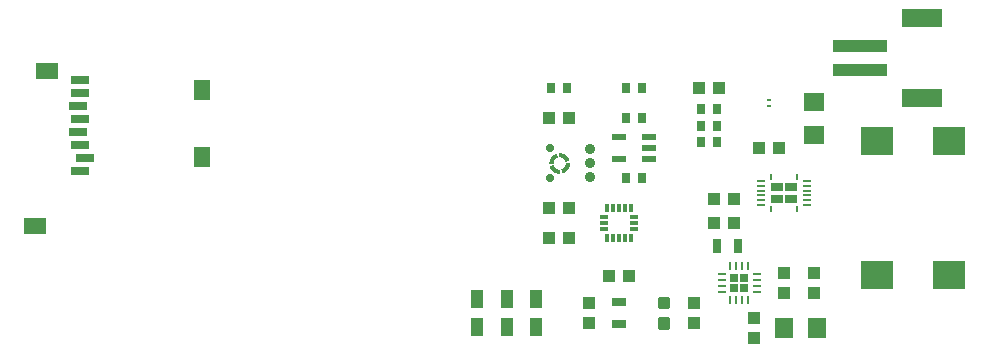
<source format=gtp>
G75*
%MOIN*%
%OFA0B0*%
%FSLAX25Y25*%
%IPPOS*%
%LPD*%
%AMOC8*
5,1,8,0,0,1.08239X$1,22.5*
%
%ADD10R,0.04724X0.02165*%
%ADD11R,0.02756X0.03543*%
%ADD12R,0.18110X0.03937*%
%ADD13R,0.13386X0.06299*%
%ADD14R,0.03937X0.03150*%
%ADD15R,0.00984X0.02067*%
%ADD16R,0.03150X0.00787*%
%ADD17R,0.07087X0.06299*%
%ADD18R,0.04331X0.03937*%
%ADD19R,0.00906X0.03150*%
%ADD20R,0.03150X0.00906*%
%ADD21R,0.02756X0.02756*%
%ADD22R,0.03937X0.04331*%
%ADD23C,0.01181*%
%ADD24R,0.04724X0.03150*%
%ADD25R,0.06299X0.07087*%
%ADD26R,0.03150X0.04724*%
%ADD27R,0.05906X0.03150*%
%ADD28R,0.07480X0.05512*%
%ADD29R,0.05512X0.07087*%
%ADD30C,0.02756*%
%ADD31C,0.03543*%
%ADD32C,0.00114*%
%ADD33R,0.03150X0.01181*%
%ADD34R,0.01181X0.03150*%
%ADD35R,0.01693X0.01102*%
%ADD36R,0.03937X0.06299*%
%ADD37R,0.11024X0.09449*%
D10*
X0221381Y0072760D03*
X0231619Y0072760D03*
X0231619Y0076500D03*
X0231619Y0080240D03*
X0221381Y0080240D03*
D11*
X0223941Y0086500D03*
X0229059Y0086500D03*
X0248941Y0084000D03*
X0254059Y0084000D03*
X0254059Y0078500D03*
X0248941Y0078500D03*
X0248941Y0089500D03*
X0254059Y0089500D03*
X0229059Y0096500D03*
X0223941Y0096500D03*
X0204059Y0096500D03*
X0198941Y0096500D03*
X0223941Y0066500D03*
X0229059Y0066500D03*
D12*
X0301933Y0102563D03*
X0301933Y0110437D03*
D13*
X0322406Y0119886D03*
X0322406Y0093114D03*
D14*
X0278862Y0063469D03*
X0274138Y0063469D03*
X0274138Y0059531D03*
X0278862Y0059531D03*
D15*
X0280831Y0056136D03*
X0272169Y0056136D03*
X0272169Y0066864D03*
X0280831Y0066864D03*
D16*
X0284276Y0065437D03*
X0284276Y0063862D03*
X0284276Y0062287D03*
X0284276Y0060713D03*
X0284276Y0059138D03*
X0284276Y0059138D03*
X0284276Y0057563D03*
X0268724Y0057563D03*
X0268724Y0059138D03*
X0268724Y0060713D03*
X0268724Y0062287D03*
X0268724Y0063862D03*
X0268724Y0065437D03*
D17*
X0286500Y0080988D03*
X0286500Y0092012D03*
D18*
X0254846Y0096500D03*
X0248154Y0096500D03*
X0204846Y0086500D03*
X0198154Y0086500D03*
X0253154Y0059500D03*
X0259846Y0059500D03*
X0259846Y0051500D03*
X0253154Y0051500D03*
X0224846Y0034000D03*
X0218154Y0034000D03*
X0204846Y0046500D03*
X0198154Y0046500D03*
X0198154Y0056500D03*
X0204846Y0056500D03*
X0268154Y0076500D03*
X0274846Y0076500D03*
D19*
X0264453Y0037307D03*
X0262484Y0037307D03*
X0260516Y0037307D03*
X0258547Y0037307D03*
X0258547Y0025693D03*
X0260516Y0025693D03*
X0262484Y0025693D03*
X0264453Y0025693D03*
D20*
X0267307Y0028547D03*
X0267307Y0030516D03*
X0267307Y0032484D03*
X0267307Y0034453D03*
X0255693Y0034453D03*
X0255693Y0032484D03*
X0255693Y0030516D03*
X0255693Y0028547D03*
D21*
X0259728Y0029728D03*
X0263272Y0029728D03*
X0263272Y0033272D03*
X0259728Y0033272D03*
D22*
X0246500Y0024846D03*
X0246500Y0018154D03*
X0266500Y0019846D03*
X0266500Y0013154D03*
X0276500Y0028154D03*
X0286500Y0028154D03*
X0286500Y0034846D03*
X0276500Y0034846D03*
X0211500Y0024846D03*
X0211500Y0018154D03*
D23*
X0235122Y0016669D02*
X0237878Y0016669D01*
X0235122Y0016669D02*
X0235122Y0019425D01*
X0237878Y0019425D01*
X0237878Y0016669D01*
X0237878Y0017849D02*
X0235122Y0017849D01*
X0235122Y0019029D02*
X0237878Y0019029D01*
X0237878Y0023575D02*
X0235122Y0023575D01*
X0235122Y0026331D01*
X0237878Y0026331D01*
X0237878Y0023575D01*
X0237878Y0024755D02*
X0235122Y0024755D01*
X0235122Y0025935D02*
X0237878Y0025935D01*
D24*
X0221500Y0025043D03*
X0221500Y0017957D03*
D25*
X0276488Y0016500D03*
X0287512Y0016500D03*
D26*
X0261043Y0044000D03*
X0253957Y0044000D03*
D27*
X0043449Y0073134D03*
X0041874Y0077465D03*
X0041087Y0081795D03*
X0041874Y0086126D03*
X0041087Y0090457D03*
X0041874Y0094787D03*
X0041874Y0099118D03*
X0041874Y0068803D03*
D28*
X0026717Y0050457D03*
X0030654Y0102228D03*
D29*
X0082425Y0095929D03*
X0082425Y0073488D03*
D30*
X0198390Y0076500D03*
X0198390Y0066500D03*
D31*
X0211815Y0066776D03*
X0211815Y0071500D03*
X0211815Y0076224D03*
D32*
X0204525Y0072669D02*
X0203555Y0072326D01*
X0203556Y0072327D02*
X0203521Y0072413D01*
X0203482Y0072497D01*
X0203440Y0072580D01*
X0203395Y0072661D01*
X0203346Y0072739D01*
X0203294Y0072816D01*
X0203238Y0072890D01*
X0203180Y0072962D01*
X0203119Y0073032D01*
X0203054Y0073099D01*
X0202987Y0073163D01*
X0202918Y0073224D01*
X0202846Y0073282D01*
X0202771Y0073337D01*
X0202694Y0073389D01*
X0202615Y0073438D01*
X0202534Y0073483D01*
X0202452Y0073525D01*
X0202367Y0073564D01*
X0202281Y0073598D01*
X0202194Y0073629D01*
X0202105Y0073657D01*
X0202016Y0073680D01*
X0201925Y0073700D01*
X0201834Y0073716D01*
X0201742Y0073729D01*
X0201650Y0073737D01*
X0201557Y0073741D01*
X0201557Y0074769D01*
X0201558Y0074769D01*
X0201668Y0074766D01*
X0201778Y0074758D01*
X0201888Y0074747D01*
X0201997Y0074731D01*
X0202106Y0074713D01*
X0202214Y0074690D01*
X0202321Y0074664D01*
X0202427Y0074634D01*
X0202532Y0074600D01*
X0202636Y0074563D01*
X0202739Y0074523D01*
X0202840Y0074479D01*
X0202939Y0074431D01*
X0203037Y0074380D01*
X0203133Y0074326D01*
X0203227Y0074269D01*
X0203320Y0074208D01*
X0203410Y0074144D01*
X0203497Y0074078D01*
X0203583Y0074008D01*
X0203666Y0073935D01*
X0203747Y0073860D01*
X0203824Y0073782D01*
X0203900Y0073701D01*
X0203972Y0073618D01*
X0204042Y0073532D01*
X0204108Y0073444D01*
X0204172Y0073354D01*
X0204232Y0073262D01*
X0204289Y0073167D01*
X0204343Y0073071D01*
X0204394Y0072973D01*
X0204441Y0072873D01*
X0204485Y0072772D01*
X0204525Y0072669D01*
X0204424Y0072634D01*
X0204384Y0072736D01*
X0204340Y0072836D01*
X0204293Y0072935D01*
X0204242Y0073033D01*
X0204188Y0073128D01*
X0204131Y0073222D01*
X0204070Y0073313D01*
X0204006Y0073402D01*
X0203939Y0073489D01*
X0203869Y0073573D01*
X0203796Y0073655D01*
X0203721Y0073735D01*
X0203642Y0073811D01*
X0203561Y0073885D01*
X0203478Y0073956D01*
X0203391Y0074024D01*
X0203303Y0074089D01*
X0203212Y0074151D01*
X0203120Y0074210D01*
X0203025Y0074265D01*
X0202928Y0074317D01*
X0202830Y0074365D01*
X0202730Y0074410D01*
X0202628Y0074452D01*
X0202525Y0074490D01*
X0202421Y0074524D01*
X0202316Y0074554D01*
X0202209Y0074581D01*
X0202102Y0074604D01*
X0201994Y0074623D01*
X0201886Y0074639D01*
X0201777Y0074651D01*
X0201667Y0074658D01*
X0201558Y0074662D01*
X0201558Y0074555D01*
X0201667Y0074551D01*
X0201775Y0074543D01*
X0201884Y0074531D01*
X0201991Y0074516D01*
X0202099Y0074496D01*
X0202205Y0074472D01*
X0202311Y0074445D01*
X0202415Y0074414D01*
X0202518Y0074379D01*
X0202620Y0074340D01*
X0202721Y0074297D01*
X0202820Y0074252D01*
X0202917Y0074202D01*
X0203012Y0074149D01*
X0203105Y0074093D01*
X0203196Y0074033D01*
X0203285Y0073970D01*
X0203372Y0073904D01*
X0203456Y0073835D01*
X0203538Y0073762D01*
X0203617Y0073687D01*
X0203693Y0073609D01*
X0203767Y0073529D01*
X0203837Y0073445D01*
X0203904Y0073360D01*
X0203968Y0073272D01*
X0204029Y0073181D01*
X0204087Y0073089D01*
X0204141Y0072994D01*
X0204192Y0072898D01*
X0204239Y0072799D01*
X0204283Y0072700D01*
X0204323Y0072598D01*
X0204222Y0072563D01*
X0204184Y0072660D01*
X0204142Y0072756D01*
X0204096Y0072851D01*
X0204047Y0072944D01*
X0203995Y0073035D01*
X0203939Y0073124D01*
X0203880Y0073211D01*
X0203818Y0073296D01*
X0203753Y0073378D01*
X0203686Y0073459D01*
X0203615Y0073536D01*
X0203541Y0073611D01*
X0203465Y0073684D01*
X0203387Y0073753D01*
X0203306Y0073820D01*
X0203222Y0073884D01*
X0203136Y0073944D01*
X0203048Y0074002D01*
X0202959Y0074056D01*
X0202867Y0074107D01*
X0202773Y0074155D01*
X0202678Y0074199D01*
X0202581Y0074240D01*
X0202483Y0074278D01*
X0202384Y0074311D01*
X0202283Y0074341D01*
X0202181Y0074368D01*
X0202079Y0074391D01*
X0201975Y0074410D01*
X0201872Y0074425D01*
X0201767Y0074437D01*
X0201662Y0074444D01*
X0201558Y0074448D01*
X0201557Y0074341D01*
X0201662Y0074337D01*
X0201765Y0074329D01*
X0201869Y0074317D01*
X0201972Y0074302D01*
X0202074Y0074282D01*
X0202176Y0074259D01*
X0202277Y0074232D01*
X0202376Y0074201D01*
X0202474Y0074167D01*
X0202571Y0074129D01*
X0202667Y0074087D01*
X0202761Y0074042D01*
X0202853Y0073993D01*
X0202943Y0073941D01*
X0203031Y0073886D01*
X0203118Y0073827D01*
X0203202Y0073765D01*
X0203283Y0073701D01*
X0203362Y0073633D01*
X0203439Y0073562D01*
X0203513Y0073489D01*
X0203584Y0073412D01*
X0203652Y0073334D01*
X0203717Y0073252D01*
X0203779Y0073169D01*
X0203838Y0073083D01*
X0203894Y0072995D01*
X0203946Y0072905D01*
X0203995Y0072813D01*
X0204041Y0072719D01*
X0204083Y0072624D01*
X0204121Y0072527D01*
X0204021Y0072491D01*
X0203983Y0072584D01*
X0203943Y0072676D01*
X0203899Y0072766D01*
X0203852Y0072854D01*
X0203802Y0072940D01*
X0203748Y0073025D01*
X0203691Y0073107D01*
X0203632Y0073188D01*
X0203569Y0073266D01*
X0203503Y0073341D01*
X0203435Y0073415D01*
X0203364Y0073485D01*
X0203291Y0073553D01*
X0203215Y0073618D01*
X0203136Y0073681D01*
X0203056Y0073740D01*
X0202973Y0073796D01*
X0202888Y0073849D01*
X0202802Y0073899D01*
X0202713Y0073946D01*
X0202623Y0073989D01*
X0202531Y0074029D01*
X0202438Y0074066D01*
X0202344Y0074099D01*
X0202248Y0074129D01*
X0202151Y0074155D01*
X0202054Y0074177D01*
X0201956Y0074196D01*
X0201857Y0074211D01*
X0201757Y0074223D01*
X0201657Y0074230D01*
X0201557Y0074234D01*
X0201557Y0074127D01*
X0201656Y0074123D01*
X0201755Y0074115D01*
X0201853Y0074104D01*
X0201951Y0074088D01*
X0202048Y0074069D01*
X0202145Y0074046D01*
X0202240Y0074020D01*
X0202335Y0073989D01*
X0202428Y0073956D01*
X0202520Y0073918D01*
X0202610Y0073877D01*
X0202698Y0073833D01*
X0202785Y0073786D01*
X0202870Y0073735D01*
X0202953Y0073681D01*
X0203034Y0073624D01*
X0203113Y0073563D01*
X0203189Y0073500D01*
X0203263Y0073434D01*
X0203334Y0073365D01*
X0203402Y0073293D01*
X0203468Y0073219D01*
X0203531Y0073143D01*
X0203591Y0073064D01*
X0203648Y0072983D01*
X0203701Y0072899D01*
X0203752Y0072814D01*
X0203799Y0072727D01*
X0203843Y0072638D01*
X0203883Y0072548D01*
X0203920Y0072456D01*
X0203819Y0072420D01*
X0203782Y0072511D01*
X0203742Y0072600D01*
X0203698Y0072688D01*
X0203651Y0072774D01*
X0203601Y0072858D01*
X0203547Y0072940D01*
X0203490Y0073020D01*
X0203431Y0073097D01*
X0203368Y0073172D01*
X0203302Y0073245D01*
X0203233Y0073314D01*
X0203162Y0073382D01*
X0203088Y0073446D01*
X0203011Y0073507D01*
X0202932Y0073565D01*
X0202851Y0073620D01*
X0202768Y0073672D01*
X0202683Y0073720D01*
X0202596Y0073765D01*
X0202507Y0073807D01*
X0202417Y0073845D01*
X0202325Y0073879D01*
X0202232Y0073910D01*
X0202138Y0073937D01*
X0202043Y0073961D01*
X0201947Y0073980D01*
X0201850Y0073996D01*
X0201753Y0074008D01*
X0201655Y0074016D01*
X0201557Y0074020D01*
X0201557Y0073913D01*
X0201654Y0073909D01*
X0201750Y0073901D01*
X0201846Y0073888D01*
X0201942Y0073872D01*
X0202037Y0073852D01*
X0202130Y0073828D01*
X0202223Y0073801D01*
X0202315Y0073769D01*
X0202405Y0073734D01*
X0202494Y0073696D01*
X0202581Y0073653D01*
X0202666Y0073607D01*
X0202749Y0073558D01*
X0202831Y0073505D01*
X0202910Y0073449D01*
X0202986Y0073390D01*
X0203060Y0073328D01*
X0203132Y0073263D01*
X0203201Y0073195D01*
X0203267Y0073124D01*
X0203330Y0073051D01*
X0203390Y0072975D01*
X0203447Y0072897D01*
X0203501Y0072816D01*
X0203551Y0072733D01*
X0203598Y0072649D01*
X0203642Y0072562D01*
X0203682Y0072474D01*
X0203718Y0072384D01*
X0203617Y0072349D01*
X0203582Y0072434D01*
X0203544Y0072518D01*
X0203503Y0072601D01*
X0203458Y0072681D01*
X0203410Y0072760D01*
X0203359Y0072837D01*
X0203304Y0072911D01*
X0203247Y0072984D01*
X0203187Y0073054D01*
X0203124Y0073121D01*
X0203058Y0073186D01*
X0202990Y0073248D01*
X0202919Y0073307D01*
X0202846Y0073363D01*
X0202771Y0073417D01*
X0202693Y0073467D01*
X0202614Y0073514D01*
X0202533Y0073558D01*
X0202450Y0073598D01*
X0202365Y0073635D01*
X0202279Y0073669D01*
X0202192Y0073699D01*
X0202103Y0073725D01*
X0202014Y0073748D01*
X0201924Y0073767D01*
X0201833Y0073782D01*
X0201741Y0073794D01*
X0201649Y0073802D01*
X0201557Y0073806D01*
X0200370Y0074564D02*
X0200713Y0073594D01*
X0200712Y0073595D02*
X0200626Y0073560D01*
X0200542Y0073521D01*
X0200459Y0073479D01*
X0200378Y0073434D01*
X0200300Y0073385D01*
X0200223Y0073333D01*
X0200149Y0073277D01*
X0200077Y0073219D01*
X0200007Y0073158D01*
X0199940Y0073093D01*
X0199876Y0073026D01*
X0199815Y0072957D01*
X0199757Y0072885D01*
X0199702Y0072810D01*
X0199650Y0072733D01*
X0199601Y0072654D01*
X0199556Y0072573D01*
X0199514Y0072491D01*
X0199475Y0072406D01*
X0199441Y0072320D01*
X0199410Y0072233D01*
X0199382Y0072144D01*
X0199359Y0072055D01*
X0199339Y0071964D01*
X0199323Y0071873D01*
X0199310Y0071781D01*
X0199302Y0071689D01*
X0199298Y0071596D01*
X0198270Y0071596D01*
X0198270Y0071597D01*
X0198273Y0071707D01*
X0198281Y0071817D01*
X0198292Y0071927D01*
X0198308Y0072036D01*
X0198326Y0072145D01*
X0198349Y0072253D01*
X0198375Y0072360D01*
X0198405Y0072466D01*
X0198439Y0072571D01*
X0198476Y0072675D01*
X0198516Y0072778D01*
X0198560Y0072879D01*
X0198608Y0072978D01*
X0198659Y0073076D01*
X0198713Y0073172D01*
X0198770Y0073266D01*
X0198831Y0073359D01*
X0198895Y0073449D01*
X0198961Y0073536D01*
X0199031Y0073622D01*
X0199104Y0073705D01*
X0199179Y0073786D01*
X0199257Y0073863D01*
X0199338Y0073939D01*
X0199421Y0074011D01*
X0199507Y0074081D01*
X0199595Y0074147D01*
X0199685Y0074211D01*
X0199777Y0074271D01*
X0199872Y0074328D01*
X0199968Y0074382D01*
X0200066Y0074433D01*
X0200166Y0074480D01*
X0200267Y0074524D01*
X0200370Y0074564D01*
X0200405Y0074463D01*
X0200303Y0074423D01*
X0200203Y0074379D01*
X0200104Y0074332D01*
X0200006Y0074281D01*
X0199911Y0074227D01*
X0199817Y0074170D01*
X0199726Y0074109D01*
X0199637Y0074045D01*
X0199550Y0073978D01*
X0199466Y0073908D01*
X0199384Y0073835D01*
X0199304Y0073760D01*
X0199228Y0073681D01*
X0199154Y0073600D01*
X0199083Y0073517D01*
X0199015Y0073430D01*
X0198950Y0073342D01*
X0198888Y0073251D01*
X0198829Y0073159D01*
X0198774Y0073064D01*
X0198722Y0072967D01*
X0198674Y0072869D01*
X0198629Y0072769D01*
X0198587Y0072667D01*
X0198549Y0072564D01*
X0198515Y0072460D01*
X0198485Y0072355D01*
X0198458Y0072248D01*
X0198435Y0072141D01*
X0198416Y0072033D01*
X0198400Y0071925D01*
X0198388Y0071816D01*
X0198381Y0071706D01*
X0198377Y0071597D01*
X0198484Y0071597D01*
X0198488Y0071706D01*
X0198496Y0071814D01*
X0198508Y0071923D01*
X0198523Y0072030D01*
X0198543Y0072138D01*
X0198567Y0072244D01*
X0198594Y0072350D01*
X0198625Y0072454D01*
X0198660Y0072557D01*
X0198699Y0072659D01*
X0198742Y0072760D01*
X0198787Y0072859D01*
X0198837Y0072956D01*
X0198890Y0073051D01*
X0198946Y0073144D01*
X0199006Y0073235D01*
X0199069Y0073324D01*
X0199135Y0073411D01*
X0199204Y0073495D01*
X0199277Y0073577D01*
X0199352Y0073656D01*
X0199430Y0073732D01*
X0199510Y0073806D01*
X0199594Y0073876D01*
X0199679Y0073943D01*
X0199767Y0074007D01*
X0199858Y0074068D01*
X0199950Y0074126D01*
X0200045Y0074180D01*
X0200141Y0074231D01*
X0200240Y0074278D01*
X0200339Y0074322D01*
X0200441Y0074362D01*
X0200476Y0074261D01*
X0200379Y0074223D01*
X0200283Y0074181D01*
X0200188Y0074135D01*
X0200095Y0074086D01*
X0200004Y0074034D01*
X0199915Y0073978D01*
X0199828Y0073919D01*
X0199743Y0073857D01*
X0199661Y0073792D01*
X0199580Y0073725D01*
X0199503Y0073654D01*
X0199428Y0073580D01*
X0199355Y0073504D01*
X0199286Y0073426D01*
X0199219Y0073345D01*
X0199155Y0073261D01*
X0199095Y0073175D01*
X0199037Y0073087D01*
X0198983Y0072998D01*
X0198932Y0072906D01*
X0198884Y0072812D01*
X0198840Y0072717D01*
X0198799Y0072620D01*
X0198761Y0072522D01*
X0198728Y0072423D01*
X0198698Y0072322D01*
X0198671Y0072220D01*
X0198648Y0072118D01*
X0198629Y0072014D01*
X0198614Y0071911D01*
X0198602Y0071806D01*
X0198595Y0071701D01*
X0198591Y0071597D01*
X0198698Y0071596D01*
X0198702Y0071701D01*
X0198710Y0071804D01*
X0198722Y0071908D01*
X0198737Y0072011D01*
X0198757Y0072113D01*
X0198780Y0072215D01*
X0198807Y0072316D01*
X0198838Y0072415D01*
X0198872Y0072513D01*
X0198910Y0072610D01*
X0198952Y0072706D01*
X0198997Y0072800D01*
X0199046Y0072892D01*
X0199098Y0072982D01*
X0199153Y0073070D01*
X0199212Y0073157D01*
X0199274Y0073241D01*
X0199338Y0073322D01*
X0199406Y0073401D01*
X0199477Y0073478D01*
X0199550Y0073552D01*
X0199627Y0073623D01*
X0199705Y0073691D01*
X0199787Y0073756D01*
X0199870Y0073818D01*
X0199956Y0073877D01*
X0200044Y0073933D01*
X0200134Y0073985D01*
X0200226Y0074034D01*
X0200320Y0074080D01*
X0200415Y0074122D01*
X0200512Y0074160D01*
X0200548Y0074060D01*
X0200455Y0074022D01*
X0200363Y0073982D01*
X0200273Y0073938D01*
X0200185Y0073891D01*
X0200099Y0073841D01*
X0200014Y0073787D01*
X0199932Y0073730D01*
X0199851Y0073671D01*
X0199773Y0073608D01*
X0199698Y0073542D01*
X0199624Y0073474D01*
X0199554Y0073403D01*
X0199486Y0073330D01*
X0199421Y0073254D01*
X0199358Y0073175D01*
X0199299Y0073095D01*
X0199243Y0073012D01*
X0199190Y0072927D01*
X0199140Y0072841D01*
X0199093Y0072752D01*
X0199050Y0072662D01*
X0199010Y0072570D01*
X0198973Y0072477D01*
X0198940Y0072383D01*
X0198910Y0072287D01*
X0198884Y0072190D01*
X0198862Y0072093D01*
X0198843Y0071995D01*
X0198828Y0071896D01*
X0198816Y0071796D01*
X0198809Y0071696D01*
X0198805Y0071596D01*
X0198912Y0071596D01*
X0198916Y0071695D01*
X0198924Y0071794D01*
X0198935Y0071892D01*
X0198951Y0071990D01*
X0198970Y0072087D01*
X0198993Y0072184D01*
X0199019Y0072279D01*
X0199050Y0072374D01*
X0199083Y0072467D01*
X0199121Y0072559D01*
X0199162Y0072649D01*
X0199206Y0072737D01*
X0199253Y0072824D01*
X0199304Y0072909D01*
X0199358Y0072992D01*
X0199415Y0073073D01*
X0199476Y0073152D01*
X0199539Y0073228D01*
X0199605Y0073302D01*
X0199674Y0073373D01*
X0199746Y0073441D01*
X0199820Y0073507D01*
X0199896Y0073570D01*
X0199975Y0073630D01*
X0200056Y0073687D01*
X0200140Y0073740D01*
X0200225Y0073791D01*
X0200312Y0073838D01*
X0200401Y0073882D01*
X0200491Y0073922D01*
X0200583Y0073959D01*
X0200619Y0073858D01*
X0200528Y0073821D01*
X0200439Y0073781D01*
X0200351Y0073737D01*
X0200265Y0073690D01*
X0200181Y0073640D01*
X0200099Y0073586D01*
X0200019Y0073529D01*
X0199942Y0073470D01*
X0199867Y0073407D01*
X0199794Y0073341D01*
X0199725Y0073272D01*
X0199657Y0073201D01*
X0199593Y0073127D01*
X0199532Y0073050D01*
X0199474Y0072971D01*
X0199419Y0072890D01*
X0199367Y0072807D01*
X0199319Y0072722D01*
X0199274Y0072635D01*
X0199232Y0072546D01*
X0199194Y0072456D01*
X0199160Y0072364D01*
X0199129Y0072271D01*
X0199102Y0072177D01*
X0199078Y0072082D01*
X0199059Y0071986D01*
X0199043Y0071889D01*
X0199031Y0071792D01*
X0199023Y0071694D01*
X0199019Y0071596D01*
X0199126Y0071596D01*
X0199130Y0071693D01*
X0199138Y0071789D01*
X0199151Y0071885D01*
X0199167Y0071981D01*
X0199187Y0072076D01*
X0199211Y0072169D01*
X0199238Y0072262D01*
X0199270Y0072354D01*
X0199305Y0072444D01*
X0199343Y0072533D01*
X0199386Y0072620D01*
X0199432Y0072705D01*
X0199481Y0072788D01*
X0199534Y0072870D01*
X0199590Y0072949D01*
X0199649Y0073025D01*
X0199711Y0073099D01*
X0199776Y0073171D01*
X0199844Y0073240D01*
X0199915Y0073306D01*
X0199988Y0073369D01*
X0200064Y0073429D01*
X0200142Y0073486D01*
X0200223Y0073540D01*
X0200306Y0073590D01*
X0200390Y0073637D01*
X0200477Y0073681D01*
X0200565Y0073721D01*
X0200655Y0073757D01*
X0200690Y0073656D01*
X0200605Y0073621D01*
X0200521Y0073583D01*
X0200438Y0073542D01*
X0200358Y0073497D01*
X0200279Y0073449D01*
X0200202Y0073398D01*
X0200128Y0073343D01*
X0200055Y0073286D01*
X0199985Y0073226D01*
X0199918Y0073163D01*
X0199853Y0073097D01*
X0199791Y0073029D01*
X0199732Y0072958D01*
X0199676Y0072885D01*
X0199622Y0072810D01*
X0199572Y0072732D01*
X0199525Y0072653D01*
X0199481Y0072572D01*
X0199441Y0072489D01*
X0199404Y0072404D01*
X0199370Y0072318D01*
X0199340Y0072231D01*
X0199314Y0072142D01*
X0199291Y0072053D01*
X0199272Y0071963D01*
X0199257Y0071872D01*
X0199245Y0071780D01*
X0199237Y0071688D01*
X0199233Y0071596D01*
X0198436Y0070370D02*
X0199406Y0070713D01*
X0199405Y0070712D02*
X0199440Y0070626D01*
X0199479Y0070542D01*
X0199521Y0070459D01*
X0199566Y0070378D01*
X0199615Y0070300D01*
X0199667Y0070223D01*
X0199723Y0070149D01*
X0199781Y0070077D01*
X0199842Y0070007D01*
X0199907Y0069940D01*
X0199974Y0069876D01*
X0200043Y0069815D01*
X0200115Y0069757D01*
X0200190Y0069702D01*
X0200267Y0069650D01*
X0200346Y0069601D01*
X0200427Y0069556D01*
X0200509Y0069514D01*
X0200594Y0069475D01*
X0200680Y0069441D01*
X0200767Y0069410D01*
X0200856Y0069382D01*
X0200945Y0069359D01*
X0201036Y0069339D01*
X0201127Y0069323D01*
X0201219Y0069310D01*
X0201311Y0069302D01*
X0201404Y0069298D01*
X0201404Y0068270D01*
X0201403Y0068270D01*
X0201293Y0068273D01*
X0201183Y0068281D01*
X0201073Y0068292D01*
X0200964Y0068308D01*
X0200855Y0068326D01*
X0200747Y0068349D01*
X0200640Y0068375D01*
X0200534Y0068405D01*
X0200429Y0068439D01*
X0200325Y0068476D01*
X0200222Y0068516D01*
X0200121Y0068560D01*
X0200022Y0068608D01*
X0199924Y0068659D01*
X0199828Y0068713D01*
X0199734Y0068770D01*
X0199641Y0068831D01*
X0199551Y0068895D01*
X0199464Y0068961D01*
X0199378Y0069031D01*
X0199295Y0069104D01*
X0199214Y0069179D01*
X0199137Y0069257D01*
X0199061Y0069338D01*
X0198989Y0069421D01*
X0198919Y0069507D01*
X0198853Y0069595D01*
X0198789Y0069685D01*
X0198729Y0069777D01*
X0198672Y0069872D01*
X0198618Y0069968D01*
X0198567Y0070066D01*
X0198520Y0070166D01*
X0198476Y0070267D01*
X0198436Y0070370D01*
X0198537Y0070405D01*
X0198577Y0070303D01*
X0198621Y0070203D01*
X0198668Y0070104D01*
X0198719Y0070006D01*
X0198773Y0069911D01*
X0198830Y0069817D01*
X0198891Y0069726D01*
X0198955Y0069637D01*
X0199022Y0069550D01*
X0199092Y0069466D01*
X0199165Y0069384D01*
X0199240Y0069304D01*
X0199319Y0069228D01*
X0199400Y0069154D01*
X0199483Y0069083D01*
X0199570Y0069015D01*
X0199658Y0068950D01*
X0199749Y0068888D01*
X0199841Y0068829D01*
X0199936Y0068774D01*
X0200033Y0068722D01*
X0200131Y0068674D01*
X0200231Y0068629D01*
X0200333Y0068587D01*
X0200436Y0068549D01*
X0200540Y0068515D01*
X0200645Y0068485D01*
X0200752Y0068458D01*
X0200859Y0068435D01*
X0200967Y0068416D01*
X0201075Y0068400D01*
X0201184Y0068388D01*
X0201294Y0068381D01*
X0201403Y0068377D01*
X0201403Y0068484D01*
X0201294Y0068488D01*
X0201186Y0068496D01*
X0201077Y0068508D01*
X0200970Y0068523D01*
X0200862Y0068543D01*
X0200756Y0068567D01*
X0200650Y0068594D01*
X0200546Y0068625D01*
X0200443Y0068660D01*
X0200341Y0068699D01*
X0200240Y0068742D01*
X0200141Y0068787D01*
X0200044Y0068837D01*
X0199949Y0068890D01*
X0199856Y0068946D01*
X0199765Y0069006D01*
X0199676Y0069069D01*
X0199589Y0069135D01*
X0199505Y0069204D01*
X0199423Y0069277D01*
X0199344Y0069352D01*
X0199268Y0069430D01*
X0199194Y0069510D01*
X0199124Y0069594D01*
X0199057Y0069679D01*
X0198993Y0069767D01*
X0198932Y0069858D01*
X0198874Y0069950D01*
X0198820Y0070045D01*
X0198769Y0070141D01*
X0198722Y0070240D01*
X0198678Y0070339D01*
X0198638Y0070441D01*
X0198739Y0070476D01*
X0198777Y0070379D01*
X0198819Y0070283D01*
X0198865Y0070188D01*
X0198914Y0070095D01*
X0198966Y0070004D01*
X0199022Y0069915D01*
X0199081Y0069828D01*
X0199143Y0069743D01*
X0199208Y0069661D01*
X0199275Y0069580D01*
X0199346Y0069503D01*
X0199420Y0069428D01*
X0199496Y0069355D01*
X0199574Y0069286D01*
X0199655Y0069219D01*
X0199739Y0069155D01*
X0199825Y0069095D01*
X0199913Y0069037D01*
X0200002Y0068983D01*
X0200094Y0068932D01*
X0200188Y0068884D01*
X0200283Y0068840D01*
X0200380Y0068799D01*
X0200478Y0068761D01*
X0200577Y0068728D01*
X0200678Y0068698D01*
X0200780Y0068671D01*
X0200882Y0068648D01*
X0200986Y0068629D01*
X0201089Y0068614D01*
X0201194Y0068602D01*
X0201299Y0068595D01*
X0201403Y0068591D01*
X0201404Y0068698D01*
X0201299Y0068702D01*
X0201196Y0068710D01*
X0201092Y0068722D01*
X0200989Y0068737D01*
X0200887Y0068757D01*
X0200785Y0068780D01*
X0200684Y0068807D01*
X0200585Y0068838D01*
X0200487Y0068872D01*
X0200390Y0068910D01*
X0200294Y0068952D01*
X0200200Y0068997D01*
X0200108Y0069046D01*
X0200018Y0069098D01*
X0199930Y0069153D01*
X0199843Y0069212D01*
X0199759Y0069274D01*
X0199678Y0069338D01*
X0199599Y0069406D01*
X0199522Y0069477D01*
X0199448Y0069550D01*
X0199377Y0069627D01*
X0199309Y0069705D01*
X0199244Y0069787D01*
X0199182Y0069870D01*
X0199123Y0069956D01*
X0199067Y0070044D01*
X0199015Y0070134D01*
X0198966Y0070226D01*
X0198920Y0070320D01*
X0198878Y0070415D01*
X0198840Y0070512D01*
X0198940Y0070548D01*
X0198978Y0070455D01*
X0199018Y0070363D01*
X0199062Y0070273D01*
X0199109Y0070185D01*
X0199159Y0070099D01*
X0199213Y0070014D01*
X0199270Y0069932D01*
X0199329Y0069851D01*
X0199392Y0069773D01*
X0199458Y0069698D01*
X0199526Y0069624D01*
X0199597Y0069554D01*
X0199670Y0069486D01*
X0199746Y0069421D01*
X0199825Y0069358D01*
X0199905Y0069299D01*
X0199988Y0069243D01*
X0200073Y0069190D01*
X0200159Y0069140D01*
X0200248Y0069093D01*
X0200338Y0069050D01*
X0200430Y0069010D01*
X0200523Y0068973D01*
X0200617Y0068940D01*
X0200713Y0068910D01*
X0200810Y0068884D01*
X0200907Y0068862D01*
X0201005Y0068843D01*
X0201104Y0068828D01*
X0201204Y0068816D01*
X0201304Y0068809D01*
X0201404Y0068805D01*
X0201404Y0068912D01*
X0201305Y0068916D01*
X0201206Y0068924D01*
X0201108Y0068935D01*
X0201010Y0068951D01*
X0200913Y0068970D01*
X0200816Y0068993D01*
X0200721Y0069019D01*
X0200626Y0069050D01*
X0200533Y0069083D01*
X0200441Y0069121D01*
X0200351Y0069162D01*
X0200263Y0069206D01*
X0200176Y0069253D01*
X0200091Y0069304D01*
X0200008Y0069358D01*
X0199927Y0069415D01*
X0199848Y0069476D01*
X0199772Y0069539D01*
X0199698Y0069605D01*
X0199627Y0069674D01*
X0199559Y0069746D01*
X0199493Y0069820D01*
X0199430Y0069896D01*
X0199370Y0069975D01*
X0199313Y0070056D01*
X0199260Y0070140D01*
X0199209Y0070225D01*
X0199162Y0070312D01*
X0199118Y0070401D01*
X0199078Y0070491D01*
X0199041Y0070583D01*
X0199142Y0070619D01*
X0199179Y0070528D01*
X0199219Y0070439D01*
X0199263Y0070351D01*
X0199310Y0070265D01*
X0199360Y0070181D01*
X0199414Y0070099D01*
X0199471Y0070019D01*
X0199530Y0069942D01*
X0199593Y0069867D01*
X0199659Y0069794D01*
X0199728Y0069725D01*
X0199799Y0069657D01*
X0199873Y0069593D01*
X0199950Y0069532D01*
X0200029Y0069474D01*
X0200110Y0069419D01*
X0200193Y0069367D01*
X0200278Y0069319D01*
X0200365Y0069274D01*
X0200454Y0069232D01*
X0200544Y0069194D01*
X0200636Y0069160D01*
X0200729Y0069129D01*
X0200823Y0069102D01*
X0200918Y0069078D01*
X0201014Y0069059D01*
X0201111Y0069043D01*
X0201208Y0069031D01*
X0201306Y0069023D01*
X0201404Y0069019D01*
X0201404Y0069126D01*
X0201307Y0069130D01*
X0201211Y0069138D01*
X0201115Y0069151D01*
X0201019Y0069167D01*
X0200924Y0069187D01*
X0200831Y0069211D01*
X0200738Y0069238D01*
X0200646Y0069270D01*
X0200556Y0069305D01*
X0200467Y0069343D01*
X0200380Y0069386D01*
X0200295Y0069432D01*
X0200212Y0069481D01*
X0200130Y0069534D01*
X0200051Y0069590D01*
X0199975Y0069649D01*
X0199901Y0069711D01*
X0199829Y0069776D01*
X0199760Y0069844D01*
X0199694Y0069915D01*
X0199631Y0069988D01*
X0199571Y0070064D01*
X0199514Y0070142D01*
X0199460Y0070223D01*
X0199410Y0070306D01*
X0199363Y0070390D01*
X0199319Y0070477D01*
X0199279Y0070565D01*
X0199243Y0070655D01*
X0199344Y0070690D01*
X0199379Y0070605D01*
X0199417Y0070521D01*
X0199458Y0070438D01*
X0199503Y0070358D01*
X0199551Y0070279D01*
X0199602Y0070202D01*
X0199657Y0070128D01*
X0199714Y0070055D01*
X0199774Y0069985D01*
X0199837Y0069918D01*
X0199903Y0069853D01*
X0199971Y0069791D01*
X0200042Y0069732D01*
X0200115Y0069676D01*
X0200190Y0069622D01*
X0200268Y0069572D01*
X0200347Y0069525D01*
X0200428Y0069481D01*
X0200511Y0069441D01*
X0200596Y0069404D01*
X0200682Y0069370D01*
X0200769Y0069340D01*
X0200858Y0069314D01*
X0200947Y0069291D01*
X0201037Y0069272D01*
X0201128Y0069257D01*
X0201220Y0069245D01*
X0201312Y0069237D01*
X0201404Y0069233D01*
X0202630Y0068475D02*
X0202287Y0069445D01*
X0202288Y0069444D02*
X0202374Y0069479D01*
X0202458Y0069518D01*
X0202541Y0069560D01*
X0202622Y0069605D01*
X0202700Y0069654D01*
X0202777Y0069706D01*
X0202851Y0069762D01*
X0202923Y0069820D01*
X0202993Y0069881D01*
X0203060Y0069946D01*
X0203124Y0070013D01*
X0203185Y0070082D01*
X0203243Y0070154D01*
X0203298Y0070229D01*
X0203350Y0070306D01*
X0203399Y0070385D01*
X0203444Y0070466D01*
X0203486Y0070548D01*
X0203525Y0070633D01*
X0203559Y0070719D01*
X0203590Y0070806D01*
X0203618Y0070895D01*
X0203641Y0070984D01*
X0203661Y0071075D01*
X0203677Y0071166D01*
X0203690Y0071258D01*
X0203698Y0071350D01*
X0203702Y0071443D01*
X0204730Y0071443D01*
X0204730Y0071442D01*
X0204727Y0071332D01*
X0204719Y0071222D01*
X0204708Y0071112D01*
X0204692Y0071003D01*
X0204674Y0070894D01*
X0204651Y0070786D01*
X0204625Y0070679D01*
X0204595Y0070573D01*
X0204561Y0070468D01*
X0204524Y0070364D01*
X0204484Y0070261D01*
X0204440Y0070160D01*
X0204392Y0070061D01*
X0204341Y0069963D01*
X0204287Y0069867D01*
X0204230Y0069773D01*
X0204169Y0069680D01*
X0204105Y0069590D01*
X0204039Y0069503D01*
X0203969Y0069417D01*
X0203896Y0069334D01*
X0203821Y0069253D01*
X0203743Y0069176D01*
X0203662Y0069100D01*
X0203579Y0069028D01*
X0203493Y0068958D01*
X0203405Y0068892D01*
X0203315Y0068828D01*
X0203223Y0068768D01*
X0203128Y0068711D01*
X0203032Y0068657D01*
X0202934Y0068606D01*
X0202834Y0068559D01*
X0202733Y0068515D01*
X0202630Y0068475D01*
X0202595Y0068576D01*
X0202697Y0068616D01*
X0202797Y0068660D01*
X0202896Y0068707D01*
X0202994Y0068758D01*
X0203089Y0068812D01*
X0203183Y0068869D01*
X0203274Y0068930D01*
X0203363Y0068994D01*
X0203450Y0069061D01*
X0203534Y0069131D01*
X0203616Y0069204D01*
X0203696Y0069279D01*
X0203772Y0069358D01*
X0203846Y0069439D01*
X0203917Y0069522D01*
X0203985Y0069609D01*
X0204050Y0069697D01*
X0204112Y0069788D01*
X0204171Y0069880D01*
X0204226Y0069975D01*
X0204278Y0070072D01*
X0204326Y0070170D01*
X0204371Y0070270D01*
X0204413Y0070372D01*
X0204451Y0070475D01*
X0204485Y0070579D01*
X0204515Y0070684D01*
X0204542Y0070791D01*
X0204565Y0070898D01*
X0204584Y0071006D01*
X0204600Y0071114D01*
X0204612Y0071223D01*
X0204619Y0071333D01*
X0204623Y0071442D01*
X0204516Y0071442D01*
X0204512Y0071333D01*
X0204504Y0071225D01*
X0204492Y0071116D01*
X0204477Y0071009D01*
X0204457Y0070901D01*
X0204433Y0070795D01*
X0204406Y0070689D01*
X0204375Y0070585D01*
X0204340Y0070482D01*
X0204301Y0070380D01*
X0204258Y0070279D01*
X0204213Y0070180D01*
X0204163Y0070083D01*
X0204110Y0069988D01*
X0204054Y0069895D01*
X0203994Y0069804D01*
X0203931Y0069715D01*
X0203865Y0069628D01*
X0203796Y0069544D01*
X0203723Y0069462D01*
X0203648Y0069383D01*
X0203570Y0069307D01*
X0203490Y0069233D01*
X0203406Y0069163D01*
X0203321Y0069096D01*
X0203233Y0069032D01*
X0203142Y0068971D01*
X0203050Y0068913D01*
X0202955Y0068859D01*
X0202859Y0068808D01*
X0202760Y0068761D01*
X0202661Y0068717D01*
X0202559Y0068677D01*
X0202524Y0068778D01*
X0202621Y0068816D01*
X0202717Y0068858D01*
X0202812Y0068904D01*
X0202905Y0068953D01*
X0202996Y0069005D01*
X0203085Y0069061D01*
X0203172Y0069120D01*
X0203257Y0069182D01*
X0203339Y0069247D01*
X0203420Y0069314D01*
X0203497Y0069385D01*
X0203572Y0069459D01*
X0203645Y0069535D01*
X0203714Y0069613D01*
X0203781Y0069694D01*
X0203845Y0069778D01*
X0203905Y0069864D01*
X0203963Y0069952D01*
X0204017Y0070041D01*
X0204068Y0070133D01*
X0204116Y0070227D01*
X0204160Y0070322D01*
X0204201Y0070419D01*
X0204239Y0070517D01*
X0204272Y0070616D01*
X0204302Y0070717D01*
X0204329Y0070819D01*
X0204352Y0070921D01*
X0204371Y0071025D01*
X0204386Y0071128D01*
X0204398Y0071233D01*
X0204405Y0071338D01*
X0204409Y0071442D01*
X0204302Y0071443D01*
X0204298Y0071338D01*
X0204290Y0071235D01*
X0204278Y0071131D01*
X0204263Y0071028D01*
X0204243Y0070926D01*
X0204220Y0070824D01*
X0204193Y0070723D01*
X0204162Y0070624D01*
X0204128Y0070526D01*
X0204090Y0070429D01*
X0204048Y0070333D01*
X0204003Y0070239D01*
X0203954Y0070147D01*
X0203902Y0070057D01*
X0203847Y0069969D01*
X0203788Y0069882D01*
X0203726Y0069798D01*
X0203662Y0069717D01*
X0203594Y0069638D01*
X0203523Y0069561D01*
X0203450Y0069487D01*
X0203373Y0069416D01*
X0203295Y0069348D01*
X0203213Y0069283D01*
X0203130Y0069221D01*
X0203044Y0069162D01*
X0202956Y0069106D01*
X0202866Y0069054D01*
X0202774Y0069005D01*
X0202680Y0068959D01*
X0202585Y0068917D01*
X0202488Y0068879D01*
X0202452Y0068979D01*
X0202545Y0069017D01*
X0202637Y0069057D01*
X0202727Y0069101D01*
X0202815Y0069148D01*
X0202901Y0069198D01*
X0202986Y0069252D01*
X0203068Y0069309D01*
X0203149Y0069368D01*
X0203227Y0069431D01*
X0203302Y0069497D01*
X0203376Y0069565D01*
X0203446Y0069636D01*
X0203514Y0069709D01*
X0203579Y0069785D01*
X0203642Y0069864D01*
X0203701Y0069944D01*
X0203757Y0070027D01*
X0203810Y0070112D01*
X0203860Y0070198D01*
X0203907Y0070287D01*
X0203950Y0070377D01*
X0203990Y0070469D01*
X0204027Y0070562D01*
X0204060Y0070656D01*
X0204090Y0070752D01*
X0204116Y0070849D01*
X0204138Y0070946D01*
X0204157Y0071044D01*
X0204172Y0071143D01*
X0204184Y0071243D01*
X0204191Y0071343D01*
X0204195Y0071443D01*
X0204088Y0071443D01*
X0204084Y0071344D01*
X0204076Y0071245D01*
X0204065Y0071147D01*
X0204049Y0071049D01*
X0204030Y0070952D01*
X0204007Y0070855D01*
X0203981Y0070760D01*
X0203950Y0070665D01*
X0203917Y0070572D01*
X0203879Y0070480D01*
X0203838Y0070390D01*
X0203794Y0070302D01*
X0203747Y0070215D01*
X0203696Y0070130D01*
X0203642Y0070047D01*
X0203585Y0069966D01*
X0203524Y0069887D01*
X0203461Y0069811D01*
X0203395Y0069737D01*
X0203326Y0069666D01*
X0203254Y0069598D01*
X0203180Y0069532D01*
X0203104Y0069469D01*
X0203025Y0069409D01*
X0202944Y0069352D01*
X0202860Y0069299D01*
X0202775Y0069248D01*
X0202688Y0069201D01*
X0202599Y0069157D01*
X0202509Y0069117D01*
X0202417Y0069080D01*
X0202381Y0069181D01*
X0202472Y0069218D01*
X0202561Y0069258D01*
X0202649Y0069302D01*
X0202735Y0069349D01*
X0202819Y0069399D01*
X0202901Y0069453D01*
X0202981Y0069510D01*
X0203058Y0069569D01*
X0203133Y0069632D01*
X0203206Y0069698D01*
X0203275Y0069767D01*
X0203343Y0069838D01*
X0203407Y0069912D01*
X0203468Y0069989D01*
X0203526Y0070068D01*
X0203581Y0070149D01*
X0203633Y0070232D01*
X0203681Y0070317D01*
X0203726Y0070404D01*
X0203768Y0070493D01*
X0203806Y0070583D01*
X0203840Y0070675D01*
X0203871Y0070768D01*
X0203898Y0070862D01*
X0203922Y0070957D01*
X0203941Y0071053D01*
X0203957Y0071150D01*
X0203969Y0071247D01*
X0203977Y0071345D01*
X0203981Y0071443D01*
X0203874Y0071443D01*
X0203870Y0071346D01*
X0203862Y0071250D01*
X0203849Y0071154D01*
X0203833Y0071058D01*
X0203813Y0070963D01*
X0203789Y0070870D01*
X0203762Y0070777D01*
X0203730Y0070685D01*
X0203695Y0070595D01*
X0203657Y0070506D01*
X0203614Y0070419D01*
X0203568Y0070334D01*
X0203519Y0070251D01*
X0203466Y0070169D01*
X0203410Y0070090D01*
X0203351Y0070014D01*
X0203289Y0069940D01*
X0203224Y0069868D01*
X0203156Y0069799D01*
X0203085Y0069733D01*
X0203012Y0069670D01*
X0202936Y0069610D01*
X0202858Y0069553D01*
X0202777Y0069499D01*
X0202694Y0069449D01*
X0202610Y0069402D01*
X0202523Y0069358D01*
X0202435Y0069318D01*
X0202345Y0069282D01*
X0202310Y0069383D01*
X0202395Y0069418D01*
X0202479Y0069456D01*
X0202562Y0069497D01*
X0202642Y0069542D01*
X0202721Y0069590D01*
X0202798Y0069641D01*
X0202872Y0069696D01*
X0202945Y0069753D01*
X0203015Y0069813D01*
X0203082Y0069876D01*
X0203147Y0069942D01*
X0203209Y0070010D01*
X0203268Y0070081D01*
X0203324Y0070154D01*
X0203378Y0070229D01*
X0203428Y0070307D01*
X0203475Y0070386D01*
X0203519Y0070467D01*
X0203559Y0070550D01*
X0203596Y0070635D01*
X0203630Y0070721D01*
X0203660Y0070808D01*
X0203686Y0070897D01*
X0203709Y0070986D01*
X0203728Y0071076D01*
X0203743Y0071167D01*
X0203755Y0071259D01*
X0203763Y0071351D01*
X0203767Y0071443D01*
D33*
X0216480Y0053469D03*
X0216480Y0051500D03*
X0216480Y0049531D03*
X0226520Y0049531D03*
X0226520Y0051500D03*
X0226520Y0053469D03*
D34*
X0225437Y0056520D03*
X0223469Y0056520D03*
X0221500Y0056520D03*
X0219531Y0056520D03*
X0217563Y0056520D03*
X0217563Y0046480D03*
X0219531Y0046480D03*
X0221500Y0046480D03*
X0223469Y0046480D03*
X0225437Y0046480D03*
D35*
X0271500Y0090496D03*
X0271500Y0092504D03*
D36*
X0193843Y0026224D03*
X0184000Y0026224D03*
X0174157Y0026224D03*
X0174157Y0016776D03*
X0184000Y0016776D03*
X0193843Y0016776D03*
D37*
X0307484Y0034059D03*
X0331500Y0034059D03*
X0331500Y0078941D03*
X0307484Y0078941D03*
M02*

</source>
